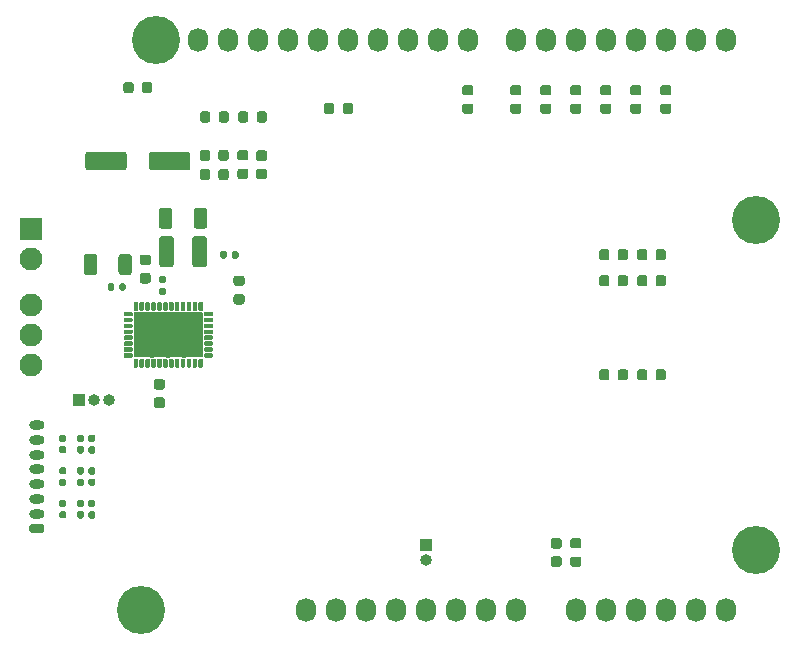
<source format=gbr>
%TF.GenerationSoftware,KiCad,Pcbnew,(5.1.9)-1*%
%TF.CreationDate,2021-05-10T14:35:49+02:00*%
%TF.ProjectId,Driverino-Shield,44726976-6572-4696-9e6f-2d536869656c,rev?*%
%TF.SameCoordinates,Original*%
%TF.FileFunction,Soldermask,Top*%
%TF.FilePolarity,Negative*%
%FSLAX46Y46*%
G04 Gerber Fmt 4.6, Leading zero omitted, Abs format (unit mm)*
G04 Created by KiCad (PCBNEW (5.1.9)-1) date 2021-05-10 14:35:49*
%MOMM*%
%LPD*%
G01*
G04 APERTURE LIST*
%ADD10C,0.740000*%
%ADD11O,1.000000X1.000000*%
%ADD12R,1.000000X1.000000*%
%ADD13C,4.064000*%
%ADD14O,1.727200X2.032000*%
%ADD15R,1.950000X1.950000*%
%ADD16C,1.950000*%
%ADD17O,1.300000X0.800000*%
G04 APERTURE END LIST*
%TO.C,F1*%
G36*
G01*
X133241000Y-93614500D02*
X133241000Y-93959500D01*
G75*
G02*
X133093500Y-94107000I-147500J0D01*
G01*
X132798500Y-94107000D01*
G75*
G02*
X132651000Y-93959500I0J147500D01*
G01*
X132651000Y-93614500D01*
G75*
G02*
X132798500Y-93467000I147500J0D01*
G01*
X133093500Y-93467000D01*
G75*
G02*
X133241000Y-93614500I0J-147500D01*
G01*
G37*
G36*
G01*
X132271000Y-93614500D02*
X132271000Y-93959500D01*
G75*
G02*
X132123500Y-94107000I-147500J0D01*
G01*
X131828500Y-94107000D01*
G75*
G02*
X131681000Y-93959500I0J147500D01*
G01*
X131681000Y-93614500D01*
G75*
G02*
X131828500Y-93467000I147500J0D01*
G01*
X132123500Y-93467000D01*
G75*
G02*
X132271000Y-93614500I0J-147500D01*
G01*
G37*
%TD*%
%TO.C,R23*%
G36*
G01*
X120537500Y-115988500D02*
X120537500Y-115643500D01*
G75*
G02*
X120685000Y-115496000I147500J0D01*
G01*
X120980000Y-115496000D01*
G75*
G02*
X121127500Y-115643500I0J-147500D01*
G01*
X121127500Y-115988500D01*
G75*
G02*
X120980000Y-116136000I-147500J0D01*
G01*
X120685000Y-116136000D01*
G75*
G02*
X120537500Y-115988500I0J147500D01*
G01*
G37*
G36*
G01*
X119567500Y-115988500D02*
X119567500Y-115643500D01*
G75*
G02*
X119715000Y-115496000I147500J0D01*
G01*
X120010000Y-115496000D01*
G75*
G02*
X120157500Y-115643500I0J-147500D01*
G01*
X120157500Y-115988500D01*
G75*
G02*
X120010000Y-116136000I-147500J0D01*
G01*
X119715000Y-116136000D01*
G75*
G02*
X119567500Y-115988500I0J147500D01*
G01*
G37*
%TD*%
%TO.C,R22*%
G36*
G01*
X120537500Y-115018500D02*
X120537500Y-114673500D01*
G75*
G02*
X120685000Y-114526000I147500J0D01*
G01*
X120980000Y-114526000D01*
G75*
G02*
X121127500Y-114673500I0J-147500D01*
G01*
X121127500Y-115018500D01*
G75*
G02*
X120980000Y-115166000I-147500J0D01*
G01*
X120685000Y-115166000D01*
G75*
G02*
X120537500Y-115018500I0J147500D01*
G01*
G37*
G36*
G01*
X119567500Y-115018500D02*
X119567500Y-114673500D01*
G75*
G02*
X119715000Y-114526000I147500J0D01*
G01*
X120010000Y-114526000D01*
G75*
G02*
X120157500Y-114673500I0J-147500D01*
G01*
X120157500Y-115018500D01*
G75*
G02*
X120010000Y-115166000I-147500J0D01*
G01*
X119715000Y-115166000D01*
G75*
G02*
X119567500Y-115018500I0J147500D01*
G01*
G37*
%TD*%
%TO.C,U1*%
G36*
G01*
X129853000Y-98457000D02*
X129853000Y-97873000D01*
G75*
G02*
X129931000Y-97795000I78000J0D01*
G01*
X130165000Y-97795000D01*
G75*
G02*
X130243000Y-97873000I0J-78000D01*
G01*
X130243000Y-98457000D01*
G75*
G02*
X130165000Y-98535000I-78000J0D01*
G01*
X129931000Y-98535000D01*
G75*
G02*
X129853000Y-98457000I0J78000D01*
G01*
G37*
G36*
G01*
X129353000Y-98457000D02*
X129353000Y-97873000D01*
G75*
G02*
X129431000Y-97795000I78000J0D01*
G01*
X129665000Y-97795000D01*
G75*
G02*
X129743000Y-97873000I0J-78000D01*
G01*
X129743000Y-98457000D01*
G75*
G02*
X129665000Y-98535000I-78000J0D01*
G01*
X129431000Y-98535000D01*
G75*
G02*
X129353000Y-98457000I0J78000D01*
G01*
G37*
G36*
G01*
X128853000Y-98457000D02*
X128853000Y-97873000D01*
G75*
G02*
X128931000Y-97795000I78000J0D01*
G01*
X129165000Y-97795000D01*
G75*
G02*
X129243000Y-97873000I0J-78000D01*
G01*
X129243000Y-98457000D01*
G75*
G02*
X129165000Y-98535000I-78000J0D01*
G01*
X128931000Y-98535000D01*
G75*
G02*
X128853000Y-98457000I0J78000D01*
G01*
G37*
G36*
G01*
X128353000Y-98457000D02*
X128353000Y-97873000D01*
G75*
G02*
X128431000Y-97795000I78000J0D01*
G01*
X128665000Y-97795000D01*
G75*
G02*
X128743000Y-97873000I0J-78000D01*
G01*
X128743000Y-98457000D01*
G75*
G02*
X128665000Y-98535000I-78000J0D01*
G01*
X128431000Y-98535000D01*
G75*
G02*
X128353000Y-98457000I0J78000D01*
G01*
G37*
G36*
G01*
X127853000Y-98457000D02*
X127853000Y-97873000D01*
G75*
G02*
X127931000Y-97795000I78000J0D01*
G01*
X128165000Y-97795000D01*
G75*
G02*
X128243000Y-97873000I0J-78000D01*
G01*
X128243000Y-98457000D01*
G75*
G02*
X128165000Y-98535000I-78000J0D01*
G01*
X127931000Y-98535000D01*
G75*
G02*
X127853000Y-98457000I0J78000D01*
G01*
G37*
G36*
G01*
X127353000Y-98457000D02*
X127353000Y-97873000D01*
G75*
G02*
X127431000Y-97795000I78000J0D01*
G01*
X127665000Y-97795000D01*
G75*
G02*
X127743000Y-97873000I0J-78000D01*
G01*
X127743000Y-98457000D01*
G75*
G02*
X127665000Y-98535000I-78000J0D01*
G01*
X127431000Y-98535000D01*
G75*
G02*
X127353000Y-98457000I0J78000D01*
G01*
G37*
G36*
G01*
X126853000Y-98457000D02*
X126853000Y-97873000D01*
G75*
G02*
X126931000Y-97795000I78000J0D01*
G01*
X127165000Y-97795000D01*
G75*
G02*
X127243000Y-97873000I0J-78000D01*
G01*
X127243000Y-98457000D01*
G75*
G02*
X127165000Y-98535000I-78000J0D01*
G01*
X126931000Y-98535000D01*
G75*
G02*
X126853000Y-98457000I0J78000D01*
G01*
G37*
G36*
G01*
X126353000Y-98457000D02*
X126353000Y-97873000D01*
G75*
G02*
X126431000Y-97795000I78000J0D01*
G01*
X126665000Y-97795000D01*
G75*
G02*
X126743000Y-97873000I0J-78000D01*
G01*
X126743000Y-98457000D01*
G75*
G02*
X126665000Y-98535000I-78000J0D01*
G01*
X126431000Y-98535000D01*
G75*
G02*
X126353000Y-98457000I0J78000D01*
G01*
G37*
G36*
G01*
X125853000Y-98457000D02*
X125853000Y-97873000D01*
G75*
G02*
X125931000Y-97795000I78000J0D01*
G01*
X126165000Y-97795000D01*
G75*
G02*
X126243000Y-97873000I0J-78000D01*
G01*
X126243000Y-98457000D01*
G75*
G02*
X126165000Y-98535000I-78000J0D01*
G01*
X125931000Y-98535000D01*
G75*
G02*
X125853000Y-98457000I0J78000D01*
G01*
G37*
G36*
G01*
X125353000Y-98457000D02*
X125353000Y-97873000D01*
G75*
G02*
X125431000Y-97795000I78000J0D01*
G01*
X125665000Y-97795000D01*
G75*
G02*
X125743000Y-97873000I0J-78000D01*
G01*
X125743000Y-98457000D01*
G75*
G02*
X125665000Y-98535000I-78000J0D01*
G01*
X125431000Y-98535000D01*
G75*
G02*
X125353000Y-98457000I0J78000D01*
G01*
G37*
G36*
G01*
X124853000Y-98457000D02*
X124853000Y-97873000D01*
G75*
G02*
X124931000Y-97795000I78000J0D01*
G01*
X125165000Y-97795000D01*
G75*
G02*
X125243000Y-97873000I0J-78000D01*
G01*
X125243000Y-98457000D01*
G75*
G02*
X125165000Y-98535000I-78000J0D01*
G01*
X124931000Y-98535000D01*
G75*
G02*
X124853000Y-98457000I0J78000D01*
G01*
G37*
G36*
G01*
X124353000Y-98457000D02*
X124353000Y-97873000D01*
G75*
G02*
X124431000Y-97795000I78000J0D01*
G01*
X124665000Y-97795000D01*
G75*
G02*
X124743000Y-97873000I0J-78000D01*
G01*
X124743000Y-98457000D01*
G75*
G02*
X124665000Y-98535000I-78000J0D01*
G01*
X124431000Y-98535000D01*
G75*
G02*
X124353000Y-98457000I0J78000D01*
G01*
G37*
G36*
G01*
X124190000Y-99010000D02*
X123606000Y-99010000D01*
G75*
G02*
X123528000Y-98932000I0J78000D01*
G01*
X123528000Y-98698000D01*
G75*
G02*
X123606000Y-98620000I78000J0D01*
G01*
X124190000Y-98620000D01*
G75*
G02*
X124268000Y-98698000I0J-78000D01*
G01*
X124268000Y-98932000D01*
G75*
G02*
X124190000Y-99010000I-78000J0D01*
G01*
G37*
G36*
G01*
X124190000Y-99510000D02*
X123606000Y-99510000D01*
G75*
G02*
X123528000Y-99432000I0J78000D01*
G01*
X123528000Y-99198000D01*
G75*
G02*
X123606000Y-99120000I78000J0D01*
G01*
X124190000Y-99120000D01*
G75*
G02*
X124268000Y-99198000I0J-78000D01*
G01*
X124268000Y-99432000D01*
G75*
G02*
X124190000Y-99510000I-78000J0D01*
G01*
G37*
G36*
G01*
X124190000Y-100010000D02*
X123606000Y-100010000D01*
G75*
G02*
X123528000Y-99932000I0J78000D01*
G01*
X123528000Y-99698000D01*
G75*
G02*
X123606000Y-99620000I78000J0D01*
G01*
X124190000Y-99620000D01*
G75*
G02*
X124268000Y-99698000I0J-78000D01*
G01*
X124268000Y-99932000D01*
G75*
G02*
X124190000Y-100010000I-78000J0D01*
G01*
G37*
G36*
G01*
X124190000Y-100510000D02*
X123606000Y-100510000D01*
G75*
G02*
X123528000Y-100432000I0J78000D01*
G01*
X123528000Y-100198000D01*
G75*
G02*
X123606000Y-100120000I78000J0D01*
G01*
X124190000Y-100120000D01*
G75*
G02*
X124268000Y-100198000I0J-78000D01*
G01*
X124268000Y-100432000D01*
G75*
G02*
X124190000Y-100510000I-78000J0D01*
G01*
G37*
G36*
G01*
X124190000Y-101010000D02*
X123606000Y-101010000D01*
G75*
G02*
X123528000Y-100932000I0J78000D01*
G01*
X123528000Y-100698000D01*
G75*
G02*
X123606000Y-100620000I78000J0D01*
G01*
X124190000Y-100620000D01*
G75*
G02*
X124268000Y-100698000I0J-78000D01*
G01*
X124268000Y-100932000D01*
G75*
G02*
X124190000Y-101010000I-78000J0D01*
G01*
G37*
G36*
G01*
X124190000Y-101510000D02*
X123606000Y-101510000D01*
G75*
G02*
X123528000Y-101432000I0J78000D01*
G01*
X123528000Y-101198000D01*
G75*
G02*
X123606000Y-101120000I78000J0D01*
G01*
X124190000Y-101120000D01*
G75*
G02*
X124268000Y-101198000I0J-78000D01*
G01*
X124268000Y-101432000D01*
G75*
G02*
X124190000Y-101510000I-78000J0D01*
G01*
G37*
G36*
G01*
X124190000Y-102010000D02*
X123606000Y-102010000D01*
G75*
G02*
X123528000Y-101932000I0J78000D01*
G01*
X123528000Y-101698000D01*
G75*
G02*
X123606000Y-101620000I78000J0D01*
G01*
X124190000Y-101620000D01*
G75*
G02*
X124268000Y-101698000I0J-78000D01*
G01*
X124268000Y-101932000D01*
G75*
G02*
X124190000Y-102010000I-78000J0D01*
G01*
G37*
G36*
G01*
X124190000Y-102510000D02*
X123606000Y-102510000D01*
G75*
G02*
X123528000Y-102432000I0J78000D01*
G01*
X123528000Y-102198000D01*
G75*
G02*
X123606000Y-102120000I78000J0D01*
G01*
X124190000Y-102120000D01*
G75*
G02*
X124268000Y-102198000I0J-78000D01*
G01*
X124268000Y-102432000D01*
G75*
G02*
X124190000Y-102510000I-78000J0D01*
G01*
G37*
G36*
G01*
X124353000Y-103257000D02*
X124353000Y-102673000D01*
G75*
G02*
X124431000Y-102595000I78000J0D01*
G01*
X124665000Y-102595000D01*
G75*
G02*
X124743000Y-102673000I0J-78000D01*
G01*
X124743000Y-103257000D01*
G75*
G02*
X124665000Y-103335000I-78000J0D01*
G01*
X124431000Y-103335000D01*
G75*
G02*
X124353000Y-103257000I0J78000D01*
G01*
G37*
G36*
G01*
X124853000Y-103257000D02*
X124853000Y-102673000D01*
G75*
G02*
X124931000Y-102595000I78000J0D01*
G01*
X125165000Y-102595000D01*
G75*
G02*
X125243000Y-102673000I0J-78000D01*
G01*
X125243000Y-103257000D01*
G75*
G02*
X125165000Y-103335000I-78000J0D01*
G01*
X124931000Y-103335000D01*
G75*
G02*
X124853000Y-103257000I0J78000D01*
G01*
G37*
G36*
G01*
X125353000Y-103257000D02*
X125353000Y-102673000D01*
G75*
G02*
X125431000Y-102595000I78000J0D01*
G01*
X125665000Y-102595000D01*
G75*
G02*
X125743000Y-102673000I0J-78000D01*
G01*
X125743000Y-103257000D01*
G75*
G02*
X125665000Y-103335000I-78000J0D01*
G01*
X125431000Y-103335000D01*
G75*
G02*
X125353000Y-103257000I0J78000D01*
G01*
G37*
G36*
G01*
X125853000Y-103257000D02*
X125853000Y-102673000D01*
G75*
G02*
X125931000Y-102595000I78000J0D01*
G01*
X126165000Y-102595000D01*
G75*
G02*
X126243000Y-102673000I0J-78000D01*
G01*
X126243000Y-103257000D01*
G75*
G02*
X126165000Y-103335000I-78000J0D01*
G01*
X125931000Y-103335000D01*
G75*
G02*
X125853000Y-103257000I0J78000D01*
G01*
G37*
G36*
G01*
X126353000Y-103257000D02*
X126353000Y-102673000D01*
G75*
G02*
X126431000Y-102595000I78000J0D01*
G01*
X126665000Y-102595000D01*
G75*
G02*
X126743000Y-102673000I0J-78000D01*
G01*
X126743000Y-103257000D01*
G75*
G02*
X126665000Y-103335000I-78000J0D01*
G01*
X126431000Y-103335000D01*
G75*
G02*
X126353000Y-103257000I0J78000D01*
G01*
G37*
G36*
G01*
X126853000Y-103257000D02*
X126853000Y-102673000D01*
G75*
G02*
X126931000Y-102595000I78000J0D01*
G01*
X127165000Y-102595000D01*
G75*
G02*
X127243000Y-102673000I0J-78000D01*
G01*
X127243000Y-103257000D01*
G75*
G02*
X127165000Y-103335000I-78000J0D01*
G01*
X126931000Y-103335000D01*
G75*
G02*
X126853000Y-103257000I0J78000D01*
G01*
G37*
G36*
G01*
X127353000Y-103257000D02*
X127353000Y-102673000D01*
G75*
G02*
X127431000Y-102595000I78000J0D01*
G01*
X127665000Y-102595000D01*
G75*
G02*
X127743000Y-102673000I0J-78000D01*
G01*
X127743000Y-103257000D01*
G75*
G02*
X127665000Y-103335000I-78000J0D01*
G01*
X127431000Y-103335000D01*
G75*
G02*
X127353000Y-103257000I0J78000D01*
G01*
G37*
G36*
G01*
X127853000Y-103257000D02*
X127853000Y-102673000D01*
G75*
G02*
X127931000Y-102595000I78000J0D01*
G01*
X128165000Y-102595000D01*
G75*
G02*
X128243000Y-102673000I0J-78000D01*
G01*
X128243000Y-103257000D01*
G75*
G02*
X128165000Y-103335000I-78000J0D01*
G01*
X127931000Y-103335000D01*
G75*
G02*
X127853000Y-103257000I0J78000D01*
G01*
G37*
G36*
G01*
X128353000Y-103257000D02*
X128353000Y-102673000D01*
G75*
G02*
X128431000Y-102595000I78000J0D01*
G01*
X128665000Y-102595000D01*
G75*
G02*
X128743000Y-102673000I0J-78000D01*
G01*
X128743000Y-103257000D01*
G75*
G02*
X128665000Y-103335000I-78000J0D01*
G01*
X128431000Y-103335000D01*
G75*
G02*
X128353000Y-103257000I0J78000D01*
G01*
G37*
G36*
G01*
X128853000Y-103257000D02*
X128853000Y-102673000D01*
G75*
G02*
X128931000Y-102595000I78000J0D01*
G01*
X129165000Y-102595000D01*
G75*
G02*
X129243000Y-102673000I0J-78000D01*
G01*
X129243000Y-103257000D01*
G75*
G02*
X129165000Y-103335000I-78000J0D01*
G01*
X128931000Y-103335000D01*
G75*
G02*
X128853000Y-103257000I0J78000D01*
G01*
G37*
G36*
G01*
X129353000Y-103257000D02*
X129353000Y-102673000D01*
G75*
G02*
X129431000Y-102595000I78000J0D01*
G01*
X129665000Y-102595000D01*
G75*
G02*
X129743000Y-102673000I0J-78000D01*
G01*
X129743000Y-103257000D01*
G75*
G02*
X129665000Y-103335000I-78000J0D01*
G01*
X129431000Y-103335000D01*
G75*
G02*
X129353000Y-103257000I0J78000D01*
G01*
G37*
G36*
G01*
X129853000Y-103257000D02*
X129853000Y-102673000D01*
G75*
G02*
X129931000Y-102595000I78000J0D01*
G01*
X130165000Y-102595000D01*
G75*
G02*
X130243000Y-102673000I0J-78000D01*
G01*
X130243000Y-103257000D01*
G75*
G02*
X130165000Y-103335000I-78000J0D01*
G01*
X129931000Y-103335000D01*
G75*
G02*
X129853000Y-103257000I0J78000D01*
G01*
G37*
G36*
G01*
X130990000Y-102510000D02*
X130406000Y-102510000D01*
G75*
G02*
X130328000Y-102432000I0J78000D01*
G01*
X130328000Y-102198000D01*
G75*
G02*
X130406000Y-102120000I78000J0D01*
G01*
X130990000Y-102120000D01*
G75*
G02*
X131068000Y-102198000I0J-78000D01*
G01*
X131068000Y-102432000D01*
G75*
G02*
X130990000Y-102510000I-78000J0D01*
G01*
G37*
G36*
G01*
X130990000Y-102010000D02*
X130406000Y-102010000D01*
G75*
G02*
X130328000Y-101932000I0J78000D01*
G01*
X130328000Y-101698000D01*
G75*
G02*
X130406000Y-101620000I78000J0D01*
G01*
X130990000Y-101620000D01*
G75*
G02*
X131068000Y-101698000I0J-78000D01*
G01*
X131068000Y-101932000D01*
G75*
G02*
X130990000Y-102010000I-78000J0D01*
G01*
G37*
G36*
G01*
X130990000Y-101510000D02*
X130406000Y-101510000D01*
G75*
G02*
X130328000Y-101432000I0J78000D01*
G01*
X130328000Y-101198000D01*
G75*
G02*
X130406000Y-101120000I78000J0D01*
G01*
X130990000Y-101120000D01*
G75*
G02*
X131068000Y-101198000I0J-78000D01*
G01*
X131068000Y-101432000D01*
G75*
G02*
X130990000Y-101510000I-78000J0D01*
G01*
G37*
G36*
G01*
X130990000Y-101010000D02*
X130406000Y-101010000D01*
G75*
G02*
X130328000Y-100932000I0J78000D01*
G01*
X130328000Y-100698000D01*
G75*
G02*
X130406000Y-100620000I78000J0D01*
G01*
X130990000Y-100620000D01*
G75*
G02*
X131068000Y-100698000I0J-78000D01*
G01*
X131068000Y-100932000D01*
G75*
G02*
X130990000Y-101010000I-78000J0D01*
G01*
G37*
G36*
G01*
X130990000Y-100510000D02*
X130406000Y-100510000D01*
G75*
G02*
X130328000Y-100432000I0J78000D01*
G01*
X130328000Y-100198000D01*
G75*
G02*
X130406000Y-100120000I78000J0D01*
G01*
X130990000Y-100120000D01*
G75*
G02*
X131068000Y-100198000I0J-78000D01*
G01*
X131068000Y-100432000D01*
G75*
G02*
X130990000Y-100510000I-78000J0D01*
G01*
G37*
G36*
G01*
X130990000Y-100010000D02*
X130406000Y-100010000D01*
G75*
G02*
X130328000Y-99932000I0J78000D01*
G01*
X130328000Y-99698000D01*
G75*
G02*
X130406000Y-99620000I78000J0D01*
G01*
X130990000Y-99620000D01*
G75*
G02*
X131068000Y-99698000I0J-78000D01*
G01*
X131068000Y-99932000D01*
G75*
G02*
X130990000Y-100010000I-78000J0D01*
G01*
G37*
G36*
G01*
X130990000Y-99510000D02*
X130406000Y-99510000D01*
G75*
G02*
X130328000Y-99432000I0J78000D01*
G01*
X130328000Y-99198000D01*
G75*
G02*
X130406000Y-99120000I78000J0D01*
G01*
X130990000Y-99120000D01*
G75*
G02*
X131068000Y-99198000I0J-78000D01*
G01*
X131068000Y-99432000D01*
G75*
G02*
X130990000Y-99510000I-78000J0D01*
G01*
G37*
G36*
G01*
X130990000Y-99010000D02*
X130406000Y-99010000D01*
G75*
G02*
X130328000Y-98932000I0J78000D01*
G01*
X130328000Y-98698000D01*
G75*
G02*
X130406000Y-98620000I78000J0D01*
G01*
X130990000Y-98620000D01*
G75*
G02*
X131068000Y-98698000I0J-78000D01*
G01*
X131068000Y-98932000D01*
G75*
G02*
X130990000Y-99010000I-78000J0D01*
G01*
G37*
G36*
G01*
X124448000Y-98645000D02*
X130148000Y-98645000D01*
G75*
G02*
X130218000Y-98715000I0J-70000D01*
G01*
X130218000Y-102415000D01*
G75*
G02*
X130148000Y-102485000I-70000J0D01*
G01*
X124448000Y-102485000D01*
G75*
G02*
X124378000Y-102415000I0J70000D01*
G01*
X124378000Y-98715000D01*
G75*
G02*
X124448000Y-98645000I70000J0D01*
G01*
G37*
D10*
X127298000Y-101190000D03*
X127298000Y-99940000D03*
X127298000Y-98965000D03*
X127298000Y-102165000D03*
X128648000Y-101190000D03*
X128648000Y-99940000D03*
X128648000Y-98965000D03*
X128648000Y-102165000D03*
X129898000Y-101190000D03*
X129898000Y-99940000D03*
X125948000Y-101190000D03*
X125948000Y-99940000D03*
X125948000Y-98965000D03*
X125948000Y-102165000D03*
X124698000Y-101190000D03*
X124698000Y-99940000D03*
%TD*%
D11*
%TO.C,JP1*%
X122268000Y-106045000D03*
X120998000Y-106045000D03*
D12*
X119728000Y-106045000D03*
%TD*%
%TO.C,C3*%
G36*
G01*
X123074000Y-95265001D02*
X123074000Y-93964999D01*
G75*
G02*
X123323999Y-93715000I249999J0D01*
G01*
X123974001Y-93715000D01*
G75*
G02*
X124224000Y-93964999I0J-249999D01*
G01*
X124224000Y-95265001D01*
G75*
G02*
X123974001Y-95515000I-249999J0D01*
G01*
X123323999Y-95515000D01*
G75*
G02*
X123074000Y-95265001I0J249999D01*
G01*
G37*
G36*
G01*
X120124000Y-95265001D02*
X120124000Y-93964999D01*
G75*
G02*
X120373999Y-93715000I249999J0D01*
G01*
X121024001Y-93715000D01*
G75*
G02*
X121274000Y-93964999I0J-249999D01*
G01*
X121274000Y-95265001D01*
G75*
G02*
X121024001Y-95515000I-249999J0D01*
G01*
X120373999Y-95515000D01*
G75*
G02*
X120124000Y-95265001I0J249999D01*
G01*
G37*
%TD*%
%TO.C,C4*%
G36*
G01*
X123136000Y-96690000D02*
X123136000Y-96350000D01*
G75*
G02*
X123276000Y-96210000I140000J0D01*
G01*
X123556000Y-96210000D01*
G75*
G02*
X123696000Y-96350000I0J-140000D01*
G01*
X123696000Y-96690000D01*
G75*
G02*
X123556000Y-96830000I-140000J0D01*
G01*
X123276000Y-96830000D01*
G75*
G02*
X123136000Y-96690000I0J140000D01*
G01*
G37*
G36*
G01*
X122176000Y-96690000D02*
X122176000Y-96350000D01*
G75*
G02*
X122316000Y-96210000I140000J0D01*
G01*
X122596000Y-96210000D01*
G75*
G02*
X122736000Y-96350000I0J-140000D01*
G01*
X122736000Y-96690000D01*
G75*
G02*
X122596000Y-96830000I-140000J0D01*
G01*
X122316000Y-96830000D01*
G75*
G02*
X122176000Y-96690000I0J140000D01*
G01*
G37*
%TD*%
D13*
%TO.C,P5*%
X124968000Y-123825000D03*
%TD*%
%TO.C,P7*%
X126238000Y-75565000D03*
%TD*%
%TO.C,P8*%
X177038000Y-90805000D03*
%TD*%
D14*
%TO.C,P3*%
X129794000Y-75565000D03*
X132334000Y-75565000D03*
X134874000Y-75565000D03*
X137414000Y-75565000D03*
X139954000Y-75565000D03*
X142494000Y-75565000D03*
X145034000Y-75565000D03*
X147574000Y-75565000D03*
X150114000Y-75565000D03*
X152654000Y-75565000D03*
%TD*%
D13*
%TO.C,P6*%
X177038000Y-118745000D03*
%TD*%
D14*
%TO.C,P1*%
X138938000Y-123825000D03*
X141478000Y-123825000D03*
X144018000Y-123825000D03*
X146558000Y-123825000D03*
X149098000Y-123825000D03*
X151638000Y-123825000D03*
X154178000Y-123825000D03*
X156718000Y-123825000D03*
%TD*%
%TO.C,P2*%
X161798000Y-123825000D03*
X164338000Y-123825000D03*
X166878000Y-123825000D03*
X169418000Y-123825000D03*
X171958000Y-123825000D03*
X174498000Y-123825000D03*
%TD*%
%TO.C,P4*%
X156718000Y-75565000D03*
X159258000Y-75565000D03*
X161798000Y-75565000D03*
X164338000Y-75565000D03*
X166878000Y-75565000D03*
X169418000Y-75565000D03*
X171958000Y-75565000D03*
X174498000Y-75565000D03*
%TD*%
%TO.C,C6*%
G36*
G01*
X126982000Y-96203000D02*
X126637000Y-96203000D01*
G75*
G02*
X126489500Y-96055500I0J147500D01*
G01*
X126489500Y-95760500D01*
G75*
G02*
X126637000Y-95613000I147500J0D01*
G01*
X126982000Y-95613000D01*
G75*
G02*
X127129500Y-95760500I0J-147500D01*
G01*
X127129500Y-96055500D01*
G75*
G02*
X126982000Y-96203000I-147500J0D01*
G01*
G37*
G36*
G01*
X126982000Y-97173000D02*
X126637000Y-97173000D01*
G75*
G02*
X126489500Y-97025500I0J147500D01*
G01*
X126489500Y-96730500D01*
G75*
G02*
X126637000Y-96583000I147500J0D01*
G01*
X126982000Y-96583000D01*
G75*
G02*
X127129500Y-96730500I0J-147500D01*
G01*
X127129500Y-97025500D01*
G75*
G02*
X126982000Y-97173000I-147500J0D01*
G01*
G37*
%TD*%
%TO.C,C12*%
G36*
G01*
X118520000Y-115141000D02*
X118175000Y-115141000D01*
G75*
G02*
X118027500Y-114993500I0J147500D01*
G01*
X118027500Y-114698500D01*
G75*
G02*
X118175000Y-114551000I147500J0D01*
G01*
X118520000Y-114551000D01*
G75*
G02*
X118667500Y-114698500I0J-147500D01*
G01*
X118667500Y-114993500D01*
G75*
G02*
X118520000Y-115141000I-147500J0D01*
G01*
G37*
G36*
G01*
X118520000Y-116111000D02*
X118175000Y-116111000D01*
G75*
G02*
X118027500Y-115963500I0J147500D01*
G01*
X118027500Y-115668500D01*
G75*
G02*
X118175000Y-115521000I147500J0D01*
G01*
X118520000Y-115521000D01*
G75*
G02*
X118667500Y-115668500I0J-147500D01*
G01*
X118667500Y-115963500D01*
G75*
G02*
X118520000Y-116111000I-147500J0D01*
G01*
G37*
%TD*%
%TO.C,R21*%
G36*
G01*
X120537500Y-113234500D02*
X120537500Y-112889500D01*
G75*
G02*
X120685000Y-112742000I147500J0D01*
G01*
X120980000Y-112742000D01*
G75*
G02*
X121127500Y-112889500I0J-147500D01*
G01*
X121127500Y-113234500D01*
G75*
G02*
X120980000Y-113382000I-147500J0D01*
G01*
X120685000Y-113382000D01*
G75*
G02*
X120537500Y-113234500I0J147500D01*
G01*
G37*
G36*
G01*
X119567500Y-113234500D02*
X119567500Y-112889500D01*
G75*
G02*
X119715000Y-112742000I147500J0D01*
G01*
X120010000Y-112742000D01*
G75*
G02*
X120157500Y-112889500I0J-147500D01*
G01*
X120157500Y-113234500D01*
G75*
G02*
X120010000Y-113382000I-147500J0D01*
G01*
X119715000Y-113382000D01*
G75*
G02*
X119567500Y-113234500I0J147500D01*
G01*
G37*
%TD*%
%TO.C,R20*%
G36*
G01*
X120537500Y-112264500D02*
X120537500Y-111919500D01*
G75*
G02*
X120685000Y-111772000I147500J0D01*
G01*
X120980000Y-111772000D01*
G75*
G02*
X121127500Y-111919500I0J-147500D01*
G01*
X121127500Y-112264500D01*
G75*
G02*
X120980000Y-112412000I-147500J0D01*
G01*
X120685000Y-112412000D01*
G75*
G02*
X120537500Y-112264500I0J147500D01*
G01*
G37*
G36*
G01*
X119567500Y-112264500D02*
X119567500Y-111919500D01*
G75*
G02*
X119715000Y-111772000I147500J0D01*
G01*
X120010000Y-111772000D01*
G75*
G02*
X120157500Y-111919500I0J-147500D01*
G01*
X120157500Y-112264500D01*
G75*
G02*
X120010000Y-112412000I-147500J0D01*
G01*
X119715000Y-112412000D01*
G75*
G02*
X119567500Y-112264500I0J147500D01*
G01*
G37*
%TD*%
%TO.C,C11*%
G36*
G01*
X118520000Y-112387000D02*
X118175000Y-112387000D01*
G75*
G02*
X118027500Y-112239500I0J147500D01*
G01*
X118027500Y-111944500D01*
G75*
G02*
X118175000Y-111797000I147500J0D01*
G01*
X118520000Y-111797000D01*
G75*
G02*
X118667500Y-111944500I0J-147500D01*
G01*
X118667500Y-112239500D01*
G75*
G02*
X118520000Y-112387000I-147500J0D01*
G01*
G37*
G36*
G01*
X118520000Y-113357000D02*
X118175000Y-113357000D01*
G75*
G02*
X118027500Y-113209500I0J147500D01*
G01*
X118027500Y-112914500D01*
G75*
G02*
X118175000Y-112767000I147500J0D01*
G01*
X118520000Y-112767000D01*
G75*
G02*
X118667500Y-112914500I0J-147500D01*
G01*
X118667500Y-113209500D01*
G75*
G02*
X118520000Y-113357000I-147500J0D01*
G01*
G37*
%TD*%
%TO.C,R18*%
G36*
G01*
X120537500Y-109510500D02*
X120537500Y-109165500D01*
G75*
G02*
X120685000Y-109018000I147500J0D01*
G01*
X120980000Y-109018000D01*
G75*
G02*
X121127500Y-109165500I0J-147500D01*
G01*
X121127500Y-109510500D01*
G75*
G02*
X120980000Y-109658000I-147500J0D01*
G01*
X120685000Y-109658000D01*
G75*
G02*
X120537500Y-109510500I0J147500D01*
G01*
G37*
G36*
G01*
X119567500Y-109510500D02*
X119567500Y-109165500D01*
G75*
G02*
X119715000Y-109018000I147500J0D01*
G01*
X120010000Y-109018000D01*
G75*
G02*
X120157500Y-109165500I0J-147500D01*
G01*
X120157500Y-109510500D01*
G75*
G02*
X120010000Y-109658000I-147500J0D01*
G01*
X119715000Y-109658000D01*
G75*
G02*
X119567500Y-109510500I0J147500D01*
G01*
G37*
%TD*%
%TO.C,R19*%
G36*
G01*
X120537500Y-110480500D02*
X120537500Y-110135500D01*
G75*
G02*
X120685000Y-109988000I147500J0D01*
G01*
X120980000Y-109988000D01*
G75*
G02*
X121127500Y-110135500I0J-147500D01*
G01*
X121127500Y-110480500D01*
G75*
G02*
X120980000Y-110628000I-147500J0D01*
G01*
X120685000Y-110628000D01*
G75*
G02*
X120537500Y-110480500I0J147500D01*
G01*
G37*
G36*
G01*
X119567500Y-110480500D02*
X119567500Y-110135500D01*
G75*
G02*
X119715000Y-109988000I147500J0D01*
G01*
X120010000Y-109988000D01*
G75*
G02*
X120157500Y-110135500I0J-147500D01*
G01*
X120157500Y-110480500D01*
G75*
G02*
X120010000Y-110628000I-147500J0D01*
G01*
X119715000Y-110628000D01*
G75*
G02*
X119567500Y-110480500I0J147500D01*
G01*
G37*
%TD*%
%TO.C,C10*%
G36*
G01*
X118520000Y-109633000D02*
X118175000Y-109633000D01*
G75*
G02*
X118027500Y-109485500I0J147500D01*
G01*
X118027500Y-109190500D01*
G75*
G02*
X118175000Y-109043000I147500J0D01*
G01*
X118520000Y-109043000D01*
G75*
G02*
X118667500Y-109190500I0J-147500D01*
G01*
X118667500Y-109485500D01*
G75*
G02*
X118520000Y-109633000I-147500J0D01*
G01*
G37*
G36*
G01*
X118520000Y-110603000D02*
X118175000Y-110603000D01*
G75*
G02*
X118027500Y-110455500I0J147500D01*
G01*
X118027500Y-110160500D01*
G75*
G02*
X118175000Y-110013000I147500J0D01*
G01*
X118520000Y-110013000D01*
G75*
G02*
X118667500Y-110160500I0J-147500D01*
G01*
X118667500Y-110455500D01*
G75*
G02*
X118520000Y-110603000I-147500J0D01*
G01*
G37*
%TD*%
%TO.C,C1*%
G36*
G01*
X129449400Y-91353401D02*
X129449400Y-90053399D01*
G75*
G02*
X129699399Y-89803400I249999J0D01*
G01*
X130349401Y-89803400D01*
G75*
G02*
X130599400Y-90053399I0J-249999D01*
G01*
X130599400Y-91353401D01*
G75*
G02*
X130349401Y-91603400I-249999J0D01*
G01*
X129699399Y-91603400D01*
G75*
G02*
X129449400Y-91353401I0J249999D01*
G01*
G37*
G36*
G01*
X126499400Y-91353850D02*
X126499400Y-90052950D01*
G75*
G02*
X126748950Y-89803400I249550J0D01*
G01*
X127399850Y-89803400D01*
G75*
G02*
X127649400Y-90052950I0J-249550D01*
G01*
X127649400Y-91353850D01*
G75*
G02*
X127399850Y-91603400I-249550J0D01*
G01*
X126748950Y-91603400D01*
G75*
G02*
X126499400Y-91353850I0J249550D01*
G01*
G37*
%TD*%
%TO.C,C2*%
G36*
G01*
X123764000Y-85302000D02*
X123764000Y-86402000D01*
G75*
G02*
X123514000Y-86652000I-250000J0D01*
G01*
X120514000Y-86652000D01*
G75*
G02*
X120264000Y-86402000I0J250000D01*
G01*
X120264000Y-85302000D01*
G75*
G02*
X120514000Y-85052000I250000J0D01*
G01*
X123514000Y-85052000D01*
G75*
G02*
X123764000Y-85302000I0J-250000D01*
G01*
G37*
G36*
G01*
X129164000Y-85302000D02*
X129164000Y-86402000D01*
G75*
G02*
X128914000Y-86652000I-250000J0D01*
G01*
X125914000Y-86652000D01*
G75*
G02*
X125664000Y-86402000I0J250000D01*
G01*
X125664000Y-85302000D01*
G75*
G02*
X125914000Y-85052000I250000J0D01*
G01*
X128914000Y-85052000D01*
G75*
G02*
X129164000Y-85302000I0J-250000D01*
G01*
G37*
%TD*%
%TO.C,C5*%
G36*
G01*
X125599000Y-96221000D02*
X125099000Y-96221000D01*
G75*
G02*
X124874000Y-95996000I0J225000D01*
G01*
X124874000Y-95546000D01*
G75*
G02*
X125099000Y-95321000I225000J0D01*
G01*
X125599000Y-95321000D01*
G75*
G02*
X125824000Y-95546000I0J-225000D01*
G01*
X125824000Y-95996000D01*
G75*
G02*
X125599000Y-96221000I-225000J0D01*
G01*
G37*
G36*
G01*
X125599000Y-94671000D02*
X125099000Y-94671000D01*
G75*
G02*
X124874000Y-94446000I0J225000D01*
G01*
X124874000Y-93996000D01*
G75*
G02*
X125099000Y-93771000I225000J0D01*
G01*
X125599000Y-93771000D01*
G75*
G02*
X125824000Y-93996000I0J-225000D01*
G01*
X125824000Y-94446000D01*
G75*
G02*
X125599000Y-94671000I-225000J0D01*
G01*
G37*
%TD*%
%TO.C,C7*%
G36*
G01*
X126298000Y-105862000D02*
X126798000Y-105862000D01*
G75*
G02*
X127023000Y-106087000I0J-225000D01*
G01*
X127023000Y-106537000D01*
G75*
G02*
X126798000Y-106762000I-225000J0D01*
G01*
X126298000Y-106762000D01*
G75*
G02*
X126073000Y-106537000I0J225000D01*
G01*
X126073000Y-106087000D01*
G75*
G02*
X126298000Y-105862000I225000J0D01*
G01*
G37*
G36*
G01*
X126298000Y-104312000D02*
X126798000Y-104312000D01*
G75*
G02*
X127023000Y-104537000I0J-225000D01*
G01*
X127023000Y-104987000D01*
G75*
G02*
X126798000Y-105212000I-225000J0D01*
G01*
X126298000Y-105212000D01*
G75*
G02*
X126073000Y-104987000I0J225000D01*
G01*
X126073000Y-104537000D01*
G75*
G02*
X126298000Y-104312000I225000J0D01*
G01*
G37*
%TD*%
%TO.C,C8*%
G36*
G01*
X135441500Y-87394500D02*
X134941500Y-87394500D01*
G75*
G02*
X134716500Y-87169500I0J225000D01*
G01*
X134716500Y-86719500D01*
G75*
G02*
X134941500Y-86494500I225000J0D01*
G01*
X135441500Y-86494500D01*
G75*
G02*
X135666500Y-86719500I0J-225000D01*
G01*
X135666500Y-87169500D01*
G75*
G02*
X135441500Y-87394500I-225000J0D01*
G01*
G37*
G36*
G01*
X135441500Y-85844500D02*
X134941500Y-85844500D01*
G75*
G02*
X134716500Y-85619500I0J225000D01*
G01*
X134716500Y-85169500D01*
G75*
G02*
X134941500Y-84944500I225000J0D01*
G01*
X135441500Y-84944500D01*
G75*
G02*
X135666500Y-85169500I0J-225000D01*
G01*
X135666500Y-85619500D01*
G75*
G02*
X135441500Y-85844500I-225000J0D01*
G01*
G37*
%TD*%
%TO.C,C9*%
G36*
G01*
X160397000Y-120224000D02*
X159897000Y-120224000D01*
G75*
G02*
X159672000Y-119999000I0J225000D01*
G01*
X159672000Y-119549000D01*
G75*
G02*
X159897000Y-119324000I225000J0D01*
G01*
X160397000Y-119324000D01*
G75*
G02*
X160622000Y-119549000I0J-225000D01*
G01*
X160622000Y-119999000D01*
G75*
G02*
X160397000Y-120224000I-225000J0D01*
G01*
G37*
G36*
G01*
X160397000Y-118674000D02*
X159897000Y-118674000D01*
G75*
G02*
X159672000Y-118449000I0J225000D01*
G01*
X159672000Y-117999000D01*
G75*
G02*
X159897000Y-117774000I225000J0D01*
G01*
X160397000Y-117774000D01*
G75*
G02*
X160622000Y-117999000I0J-225000D01*
G01*
X160622000Y-118449000D01*
G75*
G02*
X160397000Y-118674000I-225000J0D01*
G01*
G37*
%TD*%
%TO.C,D1*%
G36*
G01*
X169436500Y-95730250D02*
X169436500Y-96242750D01*
G75*
G02*
X169217750Y-96461500I-218750J0D01*
G01*
X168780250Y-96461500D01*
G75*
G02*
X168561500Y-96242750I0J218750D01*
G01*
X168561500Y-95730250D01*
G75*
G02*
X168780250Y-95511500I218750J0D01*
G01*
X169217750Y-95511500D01*
G75*
G02*
X169436500Y-95730250I0J-218750D01*
G01*
G37*
G36*
G01*
X167861500Y-95730250D02*
X167861500Y-96242750D01*
G75*
G02*
X167642750Y-96461500I-218750J0D01*
G01*
X167205250Y-96461500D01*
G75*
G02*
X166986500Y-96242750I0J218750D01*
G01*
X166986500Y-95730250D01*
G75*
G02*
X167205250Y-95511500I218750J0D01*
G01*
X167642750Y-95511500D01*
G75*
G02*
X167861500Y-95730250I0J-218750D01*
G01*
G37*
%TD*%
%TO.C,D2*%
G36*
G01*
X167854000Y-93530750D02*
X167854000Y-94043250D01*
G75*
G02*
X167635250Y-94262000I-218750J0D01*
G01*
X167197750Y-94262000D01*
G75*
G02*
X166979000Y-94043250I0J218750D01*
G01*
X166979000Y-93530750D01*
G75*
G02*
X167197750Y-93312000I218750J0D01*
G01*
X167635250Y-93312000D01*
G75*
G02*
X167854000Y-93530750I0J-218750D01*
G01*
G37*
G36*
G01*
X169429000Y-93530750D02*
X169429000Y-94043250D01*
G75*
G02*
X169210250Y-94262000I-218750J0D01*
G01*
X168772750Y-94262000D01*
G75*
G02*
X168554000Y-94043250I0J218750D01*
G01*
X168554000Y-93530750D01*
G75*
G02*
X168772750Y-93312000I218750J0D01*
G01*
X169210250Y-93312000D01*
G75*
G02*
X169429000Y-93530750I0J-218750D01*
G01*
G37*
%TD*%
%TO.C,D3*%
G36*
G01*
X134072000Y-81868250D02*
X134072000Y-82380750D01*
G75*
G02*
X133853250Y-82599500I-218750J0D01*
G01*
X133415750Y-82599500D01*
G75*
G02*
X133197000Y-82380750I0J218750D01*
G01*
X133197000Y-81868250D01*
G75*
G02*
X133415750Y-81649500I218750J0D01*
G01*
X133853250Y-81649500D01*
G75*
G02*
X134072000Y-81868250I0J-218750D01*
G01*
G37*
G36*
G01*
X135647000Y-81868250D02*
X135647000Y-82380750D01*
G75*
G02*
X135428250Y-82599500I-218750J0D01*
G01*
X134990750Y-82599500D01*
G75*
G02*
X134772000Y-82380750I0J218750D01*
G01*
X134772000Y-81868250D01*
G75*
G02*
X134990750Y-81649500I218750J0D01*
G01*
X135428250Y-81649500D01*
G75*
G02*
X135647000Y-81868250I0J-218750D01*
G01*
G37*
%TD*%
%TO.C,D4*%
G36*
G01*
X169429000Y-103693250D02*
X169429000Y-104205750D01*
G75*
G02*
X169210250Y-104424500I-218750J0D01*
G01*
X168772750Y-104424500D01*
G75*
G02*
X168554000Y-104205750I0J218750D01*
G01*
X168554000Y-103693250D01*
G75*
G02*
X168772750Y-103474500I218750J0D01*
G01*
X169210250Y-103474500D01*
G75*
G02*
X169429000Y-103693250I0J-218750D01*
G01*
G37*
G36*
G01*
X167854000Y-103693250D02*
X167854000Y-104205750D01*
G75*
G02*
X167635250Y-104424500I-218750J0D01*
G01*
X167197750Y-104424500D01*
G75*
G02*
X166979000Y-104205750I0J218750D01*
G01*
X166979000Y-103693250D01*
G75*
G02*
X167197750Y-103474500I218750J0D01*
G01*
X167635250Y-103474500D01*
G75*
G02*
X167854000Y-103693250I0J-218750D01*
G01*
G37*
%TD*%
%TO.C,D5*%
G36*
G01*
X133860250Y-87377500D02*
X133347750Y-87377500D01*
G75*
G02*
X133129000Y-87158750I0J218750D01*
G01*
X133129000Y-86721250D01*
G75*
G02*
X133347750Y-86502500I218750J0D01*
G01*
X133860250Y-86502500D01*
G75*
G02*
X134079000Y-86721250I0J-218750D01*
G01*
X134079000Y-87158750D01*
G75*
G02*
X133860250Y-87377500I-218750J0D01*
G01*
G37*
G36*
G01*
X133860250Y-85802500D02*
X133347750Y-85802500D01*
G75*
G02*
X133129000Y-85583750I0J218750D01*
G01*
X133129000Y-85146250D01*
G75*
G02*
X133347750Y-84927500I218750J0D01*
G01*
X133860250Y-84927500D01*
G75*
G02*
X134079000Y-85146250I0J-218750D01*
G01*
X134079000Y-85583750D01*
G75*
G02*
X133860250Y-85802500I-218750J0D01*
G01*
G37*
%TD*%
%TO.C,L1*%
G36*
G01*
X130573000Y-92458000D02*
X130573000Y-94608000D01*
G75*
G02*
X130323000Y-94858000I-250000J0D01*
G01*
X129573000Y-94858000D01*
G75*
G02*
X129323000Y-94608000I0J250000D01*
G01*
X129323000Y-92458000D01*
G75*
G02*
X129573000Y-92208000I250000J0D01*
G01*
X130323000Y-92208000D01*
G75*
G02*
X130573000Y-92458000I0J-250000D01*
G01*
G37*
G36*
G01*
X127773000Y-92458000D02*
X127773000Y-94608000D01*
G75*
G02*
X127523000Y-94858000I-250000J0D01*
G01*
X126773000Y-94858000D01*
G75*
G02*
X126523000Y-94608000I0J250000D01*
G01*
X126523000Y-92458000D01*
G75*
G02*
X126773000Y-92208000I250000J0D01*
G01*
X127523000Y-92208000D01*
G75*
G02*
X127773000Y-92458000I0J-250000D01*
G01*
G37*
%TD*%
D15*
%TO.C,P9*%
X115633500Y-91565000D03*
D16*
X115633500Y-94105000D03*
%TD*%
%TO.C,P10*%
X115633500Y-98025000D03*
X115633500Y-100565000D03*
X115633500Y-103105000D03*
%TD*%
D17*
%TO.C,P11*%
X116147500Y-108215000D03*
X116147500Y-109465000D03*
X116147500Y-110715000D03*
X116147500Y-111965000D03*
X116147500Y-113215000D03*
X116147500Y-114465000D03*
X116147500Y-115715000D03*
G36*
G01*
X116597500Y-117365000D02*
X115697500Y-117365000D01*
G75*
G02*
X115497500Y-117165000I0J200000D01*
G01*
X115497500Y-116765000D01*
G75*
G02*
X115697500Y-116565000I200000J0D01*
G01*
X116597500Y-116565000D01*
G75*
G02*
X116797500Y-116765000I0J-200000D01*
G01*
X116797500Y-117165000D01*
G75*
G02*
X116597500Y-117365000I-200000J0D01*
G01*
G37*
%TD*%
%TO.C,R1*%
G36*
G01*
X165348000Y-96242750D02*
X165348000Y-95730250D01*
G75*
G02*
X165566750Y-95511500I218750J0D01*
G01*
X166004250Y-95511500D01*
G75*
G02*
X166223000Y-95730250I0J-218750D01*
G01*
X166223000Y-96242750D01*
G75*
G02*
X166004250Y-96461500I-218750J0D01*
G01*
X165566750Y-96461500D01*
G75*
G02*
X165348000Y-96242750I0J218750D01*
G01*
G37*
G36*
G01*
X163773000Y-96242750D02*
X163773000Y-95730250D01*
G75*
G02*
X163991750Y-95511500I218750J0D01*
G01*
X164429250Y-95511500D01*
G75*
G02*
X164648000Y-95730250I0J-218750D01*
G01*
X164648000Y-96242750D01*
G75*
G02*
X164429250Y-96461500I-218750J0D01*
G01*
X163991750Y-96461500D01*
G75*
G02*
X163773000Y-96242750I0J218750D01*
G01*
G37*
%TD*%
%TO.C,R2*%
G36*
G01*
X133030250Y-95549000D02*
X133542750Y-95549000D01*
G75*
G02*
X133761500Y-95767750I0J-218750D01*
G01*
X133761500Y-96205250D01*
G75*
G02*
X133542750Y-96424000I-218750J0D01*
G01*
X133030250Y-96424000D01*
G75*
G02*
X132811500Y-96205250I0J218750D01*
G01*
X132811500Y-95767750D01*
G75*
G02*
X133030250Y-95549000I218750J0D01*
G01*
G37*
G36*
G01*
X133030250Y-97124000D02*
X133542750Y-97124000D01*
G75*
G02*
X133761500Y-97342750I0J-218750D01*
G01*
X133761500Y-97780250D01*
G75*
G02*
X133542750Y-97999000I-218750J0D01*
G01*
X133030250Y-97999000D01*
G75*
G02*
X132811500Y-97780250I0J218750D01*
G01*
X132811500Y-97342750D01*
G75*
G02*
X133030250Y-97124000I218750J0D01*
G01*
G37*
%TD*%
%TO.C,R3*%
G36*
G01*
X163773000Y-94043250D02*
X163773000Y-93530750D01*
G75*
G02*
X163991750Y-93312000I218750J0D01*
G01*
X164429250Y-93312000D01*
G75*
G02*
X164648000Y-93530750I0J-218750D01*
G01*
X164648000Y-94043250D01*
G75*
G02*
X164429250Y-94262000I-218750J0D01*
G01*
X163991750Y-94262000D01*
G75*
G02*
X163773000Y-94043250I0J218750D01*
G01*
G37*
G36*
G01*
X165348000Y-94043250D02*
X165348000Y-93530750D01*
G75*
G02*
X165566750Y-93312000I218750J0D01*
G01*
X166004250Y-93312000D01*
G75*
G02*
X166223000Y-93530750I0J-218750D01*
G01*
X166223000Y-94043250D01*
G75*
G02*
X166004250Y-94262000I-218750J0D01*
G01*
X165566750Y-94262000D01*
G75*
G02*
X165348000Y-94043250I0J218750D01*
G01*
G37*
%TD*%
%TO.C,R4*%
G36*
G01*
X131566000Y-82380750D02*
X131566000Y-81868250D01*
G75*
G02*
X131784750Y-81649500I218750J0D01*
G01*
X132222250Y-81649500D01*
G75*
G02*
X132441000Y-81868250I0J-218750D01*
G01*
X132441000Y-82380750D01*
G75*
G02*
X132222250Y-82599500I-218750J0D01*
G01*
X131784750Y-82599500D01*
G75*
G02*
X131566000Y-82380750I0J218750D01*
G01*
G37*
G36*
G01*
X129991000Y-82380750D02*
X129991000Y-81868250D01*
G75*
G02*
X130209750Y-81649500I218750J0D01*
G01*
X130647250Y-81649500D01*
G75*
G02*
X130866000Y-81868250I0J-218750D01*
G01*
X130866000Y-82380750D01*
G75*
G02*
X130647250Y-82599500I-218750J0D01*
G01*
X130209750Y-82599500D01*
G75*
G02*
X129991000Y-82380750I0J218750D01*
G01*
G37*
%TD*%
%TO.C,R5*%
G36*
G01*
X163773000Y-104205750D02*
X163773000Y-103693250D01*
G75*
G02*
X163991750Y-103474500I218750J0D01*
G01*
X164429250Y-103474500D01*
G75*
G02*
X164648000Y-103693250I0J-218750D01*
G01*
X164648000Y-104205750D01*
G75*
G02*
X164429250Y-104424500I-218750J0D01*
G01*
X163991750Y-104424500D01*
G75*
G02*
X163773000Y-104205750I0J218750D01*
G01*
G37*
G36*
G01*
X165348000Y-104205750D02*
X165348000Y-103693250D01*
G75*
G02*
X165566750Y-103474500I218750J0D01*
G01*
X166004250Y-103474500D01*
G75*
G02*
X166223000Y-103693250I0J-218750D01*
G01*
X166223000Y-104205750D01*
G75*
G02*
X166004250Y-104424500I-218750J0D01*
G01*
X165566750Y-104424500D01*
G75*
G02*
X165348000Y-104205750I0J218750D01*
G01*
G37*
%TD*%
%TO.C,R6*%
G36*
G01*
X140481500Y-81663250D02*
X140481500Y-81150750D01*
G75*
G02*
X140700250Y-80932000I218750J0D01*
G01*
X141137750Y-80932000D01*
G75*
G02*
X141356500Y-81150750I0J-218750D01*
G01*
X141356500Y-81663250D01*
G75*
G02*
X141137750Y-81882000I-218750J0D01*
G01*
X140700250Y-81882000D01*
G75*
G02*
X140481500Y-81663250I0J218750D01*
G01*
G37*
G36*
G01*
X142056500Y-81663250D02*
X142056500Y-81150750D01*
G75*
G02*
X142275250Y-80932000I218750J0D01*
G01*
X142712750Y-80932000D01*
G75*
G02*
X142931500Y-81150750I0J-218750D01*
G01*
X142931500Y-81663250D01*
G75*
G02*
X142712750Y-81882000I-218750J0D01*
G01*
X142275250Y-81882000D01*
G75*
G02*
X142056500Y-81663250I0J218750D01*
G01*
G37*
%TD*%
%TO.C,R7*%
G36*
G01*
X130838000Y-85108750D02*
X130838000Y-85621250D01*
G75*
G02*
X130619250Y-85840000I-218750J0D01*
G01*
X130181750Y-85840000D01*
G75*
G02*
X129963000Y-85621250I0J218750D01*
G01*
X129963000Y-85108750D01*
G75*
G02*
X130181750Y-84890000I218750J0D01*
G01*
X130619250Y-84890000D01*
G75*
G02*
X130838000Y-85108750I0J-218750D01*
G01*
G37*
G36*
G01*
X132413000Y-85108750D02*
X132413000Y-85621250D01*
G75*
G02*
X132194250Y-85840000I-218750J0D01*
G01*
X131756750Y-85840000D01*
G75*
G02*
X131538000Y-85621250I0J218750D01*
G01*
X131538000Y-85108750D01*
G75*
G02*
X131756750Y-84890000I218750J0D01*
G01*
X132194250Y-84890000D01*
G75*
G02*
X132413000Y-85108750I0J-218750D01*
G01*
G37*
%TD*%
%TO.C,R8*%
G36*
G01*
X132416000Y-86738750D02*
X132416000Y-87251250D01*
G75*
G02*
X132197250Y-87470000I-218750J0D01*
G01*
X131759750Y-87470000D01*
G75*
G02*
X131541000Y-87251250I0J218750D01*
G01*
X131541000Y-86738750D01*
G75*
G02*
X131759750Y-86520000I218750J0D01*
G01*
X132197250Y-86520000D01*
G75*
G02*
X132416000Y-86738750I0J-218750D01*
G01*
G37*
G36*
G01*
X130841000Y-86738750D02*
X130841000Y-87251250D01*
G75*
G02*
X130622250Y-87470000I-218750J0D01*
G01*
X130184750Y-87470000D01*
G75*
G02*
X129966000Y-87251250I0J218750D01*
G01*
X129966000Y-86738750D01*
G75*
G02*
X130184750Y-86520000I218750J0D01*
G01*
X130622250Y-86520000D01*
G75*
G02*
X130841000Y-86738750I0J-218750D01*
G01*
G37*
%TD*%
%TO.C,R9*%
G36*
G01*
X164081750Y-79420000D02*
X164594250Y-79420000D01*
G75*
G02*
X164813000Y-79638750I0J-218750D01*
G01*
X164813000Y-80076250D01*
G75*
G02*
X164594250Y-80295000I-218750J0D01*
G01*
X164081750Y-80295000D01*
G75*
G02*
X163863000Y-80076250I0J218750D01*
G01*
X163863000Y-79638750D01*
G75*
G02*
X164081750Y-79420000I218750J0D01*
G01*
G37*
G36*
G01*
X164081750Y-80995000D02*
X164594250Y-80995000D01*
G75*
G02*
X164813000Y-81213750I0J-218750D01*
G01*
X164813000Y-81651250D01*
G75*
G02*
X164594250Y-81870000I-218750J0D01*
G01*
X164081750Y-81870000D01*
G75*
G02*
X163863000Y-81651250I0J218750D01*
G01*
X163863000Y-81213750D01*
G75*
G02*
X164081750Y-80995000I218750J0D01*
G01*
G37*
%TD*%
%TO.C,R10*%
G36*
G01*
X156461750Y-80995000D02*
X156974250Y-80995000D01*
G75*
G02*
X157193000Y-81213750I0J-218750D01*
G01*
X157193000Y-81651250D01*
G75*
G02*
X156974250Y-81870000I-218750J0D01*
G01*
X156461750Y-81870000D01*
G75*
G02*
X156243000Y-81651250I0J218750D01*
G01*
X156243000Y-81213750D01*
G75*
G02*
X156461750Y-80995000I218750J0D01*
G01*
G37*
G36*
G01*
X156461750Y-79420000D02*
X156974250Y-79420000D01*
G75*
G02*
X157193000Y-79638750I0J-218750D01*
G01*
X157193000Y-80076250D01*
G75*
G02*
X156974250Y-80295000I-218750J0D01*
G01*
X156461750Y-80295000D01*
G75*
G02*
X156243000Y-80076250I0J218750D01*
G01*
X156243000Y-79638750D01*
G75*
G02*
X156461750Y-79420000I218750J0D01*
G01*
G37*
%TD*%
%TO.C,R11*%
G36*
G01*
X152397750Y-79420000D02*
X152910250Y-79420000D01*
G75*
G02*
X153129000Y-79638750I0J-218750D01*
G01*
X153129000Y-80076250D01*
G75*
G02*
X152910250Y-80295000I-218750J0D01*
G01*
X152397750Y-80295000D01*
G75*
G02*
X152179000Y-80076250I0J218750D01*
G01*
X152179000Y-79638750D01*
G75*
G02*
X152397750Y-79420000I218750J0D01*
G01*
G37*
G36*
G01*
X152397750Y-80995000D02*
X152910250Y-80995000D01*
G75*
G02*
X153129000Y-81213750I0J-218750D01*
G01*
X153129000Y-81651250D01*
G75*
G02*
X152910250Y-81870000I-218750J0D01*
G01*
X152397750Y-81870000D01*
G75*
G02*
X152179000Y-81651250I0J218750D01*
G01*
X152179000Y-81213750D01*
G75*
G02*
X152397750Y-80995000I218750J0D01*
G01*
G37*
%TD*%
%TO.C,R12*%
G36*
G01*
X159001750Y-80995000D02*
X159514250Y-80995000D01*
G75*
G02*
X159733000Y-81213750I0J-218750D01*
G01*
X159733000Y-81651250D01*
G75*
G02*
X159514250Y-81870000I-218750J0D01*
G01*
X159001750Y-81870000D01*
G75*
G02*
X158783000Y-81651250I0J218750D01*
G01*
X158783000Y-81213750D01*
G75*
G02*
X159001750Y-80995000I218750J0D01*
G01*
G37*
G36*
G01*
X159001750Y-79420000D02*
X159514250Y-79420000D01*
G75*
G02*
X159733000Y-79638750I0J-218750D01*
G01*
X159733000Y-80076250D01*
G75*
G02*
X159514250Y-80295000I-218750J0D01*
G01*
X159001750Y-80295000D01*
G75*
G02*
X158783000Y-80076250I0J218750D01*
G01*
X158783000Y-79638750D01*
G75*
G02*
X159001750Y-79420000I218750J0D01*
G01*
G37*
%TD*%
%TO.C,R13*%
G36*
G01*
X161541750Y-117774000D02*
X162054250Y-117774000D01*
G75*
G02*
X162273000Y-117992750I0J-218750D01*
G01*
X162273000Y-118430250D01*
G75*
G02*
X162054250Y-118649000I-218750J0D01*
G01*
X161541750Y-118649000D01*
G75*
G02*
X161323000Y-118430250I0J218750D01*
G01*
X161323000Y-117992750D01*
G75*
G02*
X161541750Y-117774000I218750J0D01*
G01*
G37*
G36*
G01*
X161541750Y-119349000D02*
X162054250Y-119349000D01*
G75*
G02*
X162273000Y-119567750I0J-218750D01*
G01*
X162273000Y-120005250D01*
G75*
G02*
X162054250Y-120224000I-218750J0D01*
G01*
X161541750Y-120224000D01*
G75*
G02*
X161323000Y-120005250I0J218750D01*
G01*
X161323000Y-119567750D01*
G75*
G02*
X161541750Y-119349000I218750J0D01*
G01*
G37*
%TD*%
%TO.C,R14*%
G36*
G01*
X166621750Y-80995000D02*
X167134250Y-80995000D01*
G75*
G02*
X167353000Y-81213750I0J-218750D01*
G01*
X167353000Y-81651250D01*
G75*
G02*
X167134250Y-81870000I-218750J0D01*
G01*
X166621750Y-81870000D01*
G75*
G02*
X166403000Y-81651250I0J218750D01*
G01*
X166403000Y-81213750D01*
G75*
G02*
X166621750Y-80995000I218750J0D01*
G01*
G37*
G36*
G01*
X166621750Y-79420000D02*
X167134250Y-79420000D01*
G75*
G02*
X167353000Y-79638750I0J-218750D01*
G01*
X167353000Y-80076250D01*
G75*
G02*
X167134250Y-80295000I-218750J0D01*
G01*
X166621750Y-80295000D01*
G75*
G02*
X166403000Y-80076250I0J218750D01*
G01*
X166403000Y-79638750D01*
G75*
G02*
X166621750Y-79420000I218750J0D01*
G01*
G37*
%TD*%
%TO.C,R15*%
G36*
G01*
X169161750Y-80995000D02*
X169674250Y-80995000D01*
G75*
G02*
X169893000Y-81213750I0J-218750D01*
G01*
X169893000Y-81651250D01*
G75*
G02*
X169674250Y-81870000I-218750J0D01*
G01*
X169161750Y-81870000D01*
G75*
G02*
X168943000Y-81651250I0J218750D01*
G01*
X168943000Y-81213750D01*
G75*
G02*
X169161750Y-80995000I218750J0D01*
G01*
G37*
G36*
G01*
X169161750Y-79420000D02*
X169674250Y-79420000D01*
G75*
G02*
X169893000Y-79638750I0J-218750D01*
G01*
X169893000Y-80076250D01*
G75*
G02*
X169674250Y-80295000I-218750J0D01*
G01*
X169161750Y-80295000D01*
G75*
G02*
X168943000Y-80076250I0J218750D01*
G01*
X168943000Y-79638750D01*
G75*
G02*
X169161750Y-79420000I218750J0D01*
G01*
G37*
%TD*%
%TO.C,R16*%
G36*
G01*
X161541750Y-79420000D02*
X162054250Y-79420000D01*
G75*
G02*
X162273000Y-79638750I0J-218750D01*
G01*
X162273000Y-80076250D01*
G75*
G02*
X162054250Y-80295000I-218750J0D01*
G01*
X161541750Y-80295000D01*
G75*
G02*
X161323000Y-80076250I0J218750D01*
G01*
X161323000Y-79638750D01*
G75*
G02*
X161541750Y-79420000I218750J0D01*
G01*
G37*
G36*
G01*
X161541750Y-80995000D02*
X162054250Y-80995000D01*
G75*
G02*
X162273000Y-81213750I0J-218750D01*
G01*
X162273000Y-81651250D01*
G75*
G02*
X162054250Y-81870000I-218750J0D01*
G01*
X161541750Y-81870000D01*
G75*
G02*
X161323000Y-81651250I0J218750D01*
G01*
X161323000Y-81213750D01*
G75*
G02*
X161541750Y-80995000I218750J0D01*
G01*
G37*
%TD*%
%TO.C,R17*%
G36*
G01*
X125064000Y-79885250D02*
X125064000Y-79372750D01*
G75*
G02*
X125282750Y-79154000I218750J0D01*
G01*
X125720250Y-79154000D01*
G75*
G02*
X125939000Y-79372750I0J-218750D01*
G01*
X125939000Y-79885250D01*
G75*
G02*
X125720250Y-80104000I-218750J0D01*
G01*
X125282750Y-80104000D01*
G75*
G02*
X125064000Y-79885250I0J218750D01*
G01*
G37*
G36*
G01*
X123489000Y-79885250D02*
X123489000Y-79372750D01*
G75*
G02*
X123707750Y-79154000I218750J0D01*
G01*
X124145250Y-79154000D01*
G75*
G02*
X124364000Y-79372750I0J-218750D01*
G01*
X124364000Y-79885250D01*
G75*
G02*
X124145250Y-80104000I-218750J0D01*
G01*
X123707750Y-80104000D01*
G75*
G02*
X123489000Y-79885250I0J218750D01*
G01*
G37*
%TD*%
D12*
%TO.C,JP2*%
X149098000Y-118349000D03*
D11*
X149098000Y-119619000D03*
%TD*%
M02*

</source>
